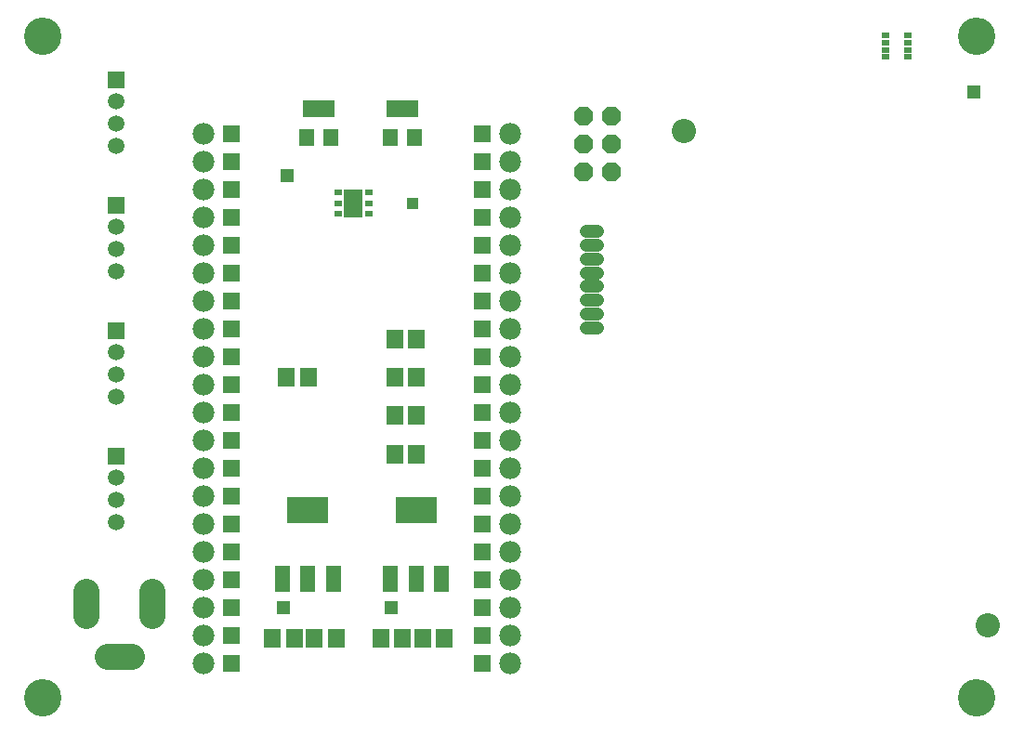
<source format=gts>
G75*
%MOIN*%
%OFA0B0*%
%FSLAX25Y25*%
%IPPOS*%
%LPD*%
%AMOC8*
5,1,8,0,0,1.08239X$1,22.5*
%
%ADD10C,0.13398*%
%ADD11R,0.05950X0.05950*%
%ADD12C,0.05950*%
%ADD13C,0.07800*%
%ADD14C,0.09400*%
%ADD15R,0.05600X0.09600*%
%ADD16R,0.14973X0.09461*%
%ADD17R,0.06343X0.06343*%
%ADD18C,0.04769*%
%ADD19R,0.05918X0.07099*%
%ADD20OC8,0.06800*%
%ADD21R,0.03162X0.02375*%
%ADD22R,0.07099X0.10249*%
%ADD23C,0.08674*%
%ADD24R,0.05918X0.06706*%
%ADD25R,0.02769X0.02178*%
%ADD26R,0.11824X0.06312*%
%ADD27R,0.05524X0.06312*%
%ADD28R,0.04762X0.04762*%
%ADD29R,0.04369X0.04369*%
D10*
X0016256Y0017254D03*
X0016256Y0254754D03*
X0351256Y0254754D03*
X0351256Y0017254D03*
D11*
X0042506Y0104065D03*
X0042506Y0149065D03*
X0042506Y0194065D03*
X0042506Y0239065D03*
D12*
X0042506Y0231191D03*
X0042506Y0223317D03*
X0042506Y0215443D03*
X0042506Y0186191D03*
X0042506Y0178317D03*
X0042506Y0170443D03*
X0042506Y0141191D03*
X0042506Y0133317D03*
X0042506Y0125443D03*
X0042506Y0096191D03*
X0042506Y0088317D03*
X0042506Y0080443D03*
D13*
X0073756Y0079754D03*
X0073756Y0089754D03*
X0073756Y0099754D03*
X0073756Y0109754D03*
X0073756Y0119754D03*
X0073756Y0129754D03*
X0073756Y0139754D03*
X0073756Y0149754D03*
X0073756Y0159754D03*
X0073756Y0169754D03*
X0073756Y0179754D03*
X0073756Y0189754D03*
X0073756Y0199754D03*
X0073756Y0209754D03*
X0073756Y0219754D03*
X0183756Y0219754D03*
X0183756Y0209754D03*
X0183756Y0199754D03*
X0183756Y0189754D03*
X0183756Y0179754D03*
X0183756Y0169754D03*
X0183756Y0159754D03*
X0183756Y0149754D03*
X0183756Y0139754D03*
X0183756Y0129754D03*
X0183756Y0119754D03*
X0183756Y0109754D03*
X0183756Y0099754D03*
X0183756Y0089754D03*
X0183756Y0079754D03*
X0183756Y0069754D03*
X0183756Y0059754D03*
X0183756Y0049754D03*
X0183756Y0039754D03*
X0183756Y0029754D03*
X0073756Y0029754D03*
X0073756Y0039754D03*
X0073756Y0049754D03*
X0073756Y0059754D03*
X0073756Y0069754D03*
D14*
X0055567Y0055304D02*
X0055567Y0046704D01*
X0048056Y0032106D02*
X0039456Y0032106D01*
X0031945Y0046704D02*
X0031945Y0055304D01*
D15*
X0102156Y0060054D03*
X0111256Y0060054D03*
X0120356Y0060054D03*
X0140906Y0060054D03*
X0150006Y0060054D03*
X0159106Y0060054D03*
D16*
X0150006Y0084455D03*
X0111256Y0084455D03*
D17*
X0083756Y0079754D03*
X0083756Y0089754D03*
X0083756Y0099754D03*
X0083756Y0109754D03*
X0083756Y0119754D03*
X0083756Y0129754D03*
X0083756Y0139754D03*
X0083756Y0149754D03*
X0083756Y0159754D03*
X0083756Y0169754D03*
X0083756Y0179754D03*
X0083756Y0189754D03*
X0083756Y0199754D03*
X0083756Y0209754D03*
X0083756Y0219754D03*
X0173756Y0219754D03*
X0173756Y0209754D03*
X0173756Y0199754D03*
X0173756Y0189754D03*
X0173756Y0179754D03*
X0173756Y0169754D03*
X0173756Y0159754D03*
X0173756Y0149754D03*
X0173756Y0139754D03*
X0173756Y0129754D03*
X0173756Y0119754D03*
X0173756Y0109754D03*
X0173756Y0099754D03*
X0173756Y0089754D03*
X0173756Y0079754D03*
X0173756Y0069754D03*
X0173756Y0059754D03*
X0173756Y0049754D03*
X0173756Y0039754D03*
X0173756Y0029754D03*
X0083756Y0029754D03*
X0083756Y0039754D03*
X0083756Y0049754D03*
X0083756Y0059754D03*
X0083756Y0069754D03*
D18*
X0211043Y0150030D02*
X0215012Y0150030D01*
X0215012Y0154951D02*
X0211043Y0154951D01*
X0211043Y0159872D02*
X0215012Y0159872D01*
X0215012Y0164793D02*
X0211043Y0164793D01*
X0211043Y0169715D02*
X0215012Y0169715D01*
X0215012Y0174636D02*
X0211043Y0174636D01*
X0211043Y0179557D02*
X0215012Y0179557D01*
X0215012Y0184478D02*
X0211043Y0184478D01*
D19*
X0150193Y0146004D03*
X0142319Y0146004D03*
X0142319Y0132254D03*
X0150193Y0132254D03*
X0111443Y0132254D03*
X0103569Y0132254D03*
X0106443Y0038504D03*
X0113569Y0038504D03*
X0121443Y0038504D03*
X0137319Y0038504D03*
X0145193Y0038504D03*
X0152319Y0038504D03*
X0160193Y0038504D03*
X0098569Y0038504D03*
D20*
X0210006Y0206004D03*
X0220006Y0206004D03*
X0220006Y0216004D03*
X0210006Y0216004D03*
X0210006Y0226004D03*
X0220006Y0226004D03*
D21*
X0133018Y0198691D03*
X0133018Y0194754D03*
X0133018Y0190817D03*
X0121994Y0190817D03*
X0121994Y0194754D03*
X0121994Y0198691D03*
D22*
X0127506Y0194754D03*
D23*
X0246177Y0220512D03*
X0355232Y0043346D03*
D24*
X0149996Y0104754D03*
X0142516Y0104754D03*
X0142516Y0118504D03*
X0149996Y0118504D03*
D25*
X0318470Y0247165D03*
X0318470Y0249724D03*
X0318470Y0252283D03*
X0318470Y0254843D03*
X0326541Y0254843D03*
X0326541Y0252283D03*
X0326541Y0249724D03*
X0326541Y0247165D03*
D26*
X0145006Y0228622D03*
X0115006Y0228622D03*
D27*
X0119337Y0218386D03*
X0110675Y0218386D03*
X0140675Y0218386D03*
X0149337Y0218386D03*
D28*
X0103756Y0204754D03*
X0102506Y0049754D03*
X0141256Y0049754D03*
X0350006Y0234754D03*
D29*
X0148756Y0194754D03*
M02*

</source>
